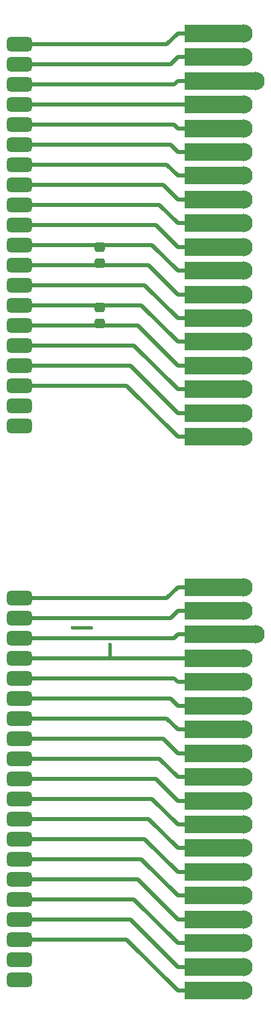
<source format=gbl>
G04*
G04  File:            TEMP_GERBER.GBL, Wed Dec 04 20:29:51 2019*
G04  Source:          P-CAD 2006 PCB, Version 19.02.958, (D:\retrocomputing\pdp11-mpi-breakout-board\pcb\temp_gerber.pcb)*
G04  Format:          Gerber Format (RS-274-D), ASCII*
G04*
G04  Format Options:  Absolute Positioning*
G04                   Leading-Zero Suppression*
G04                   Scale Factor 1:1*
G04                   NO Circular Interpolation*
G04                   Inch Units*
G04                   Numeric Format: 4.4 (XXXX.XXXX)*
G04                   G54 NOT Used for Aperture Change*
G04                   Apertures Embedded*
G04*
G04  File Options:    Offset = (0.0mil,0.0mil)*
G04                   Drill Symbol Size = 80.0mil*
G04                   Pad/Via Holes*
G04*
G04  File Contents:   Pads*
G04                   Vias*
G04                   Designators*
G04                   No Types*
G04                   No Values*
G04                   No Drill Symbols*
G04                   Bottom*
G04*
%INTEMP_GERBER.GBL*%
%ICAS*%
%MOIN*%
G04*
G04  Aperture MACROs for general use --- invoked via D-code assignment *
G04*
G04  General MACRO for flashed round with rotation and/or offset hole *
%AMROTOFFROUND*
1,1,$1,0.0000,0.0000*
1,0,$2,$3,$4*%
G04*
G04  General MACRO for flashed oval (obround) with rotation and/or offset hole *
%AMROTOFFOVAL*
21,1,$1,$2,0.0000,0.0000,$3*
1,1,$4,$5,$6*
1,1,$4,0-$5,0-$6*
1,0,$7,$8,$9*%
G04*
G04  General MACRO for flashed oval (obround) with rotation and no hole *
%AMROTOVALNOHOLE*
21,1,$1,$2,0.0000,0.0000,$3*
1,1,$4,$5,$6*
1,1,$4,0-$5,0-$6*%
G04*
G04  General MACRO for flashed rectangle with rotation and/or offset hole *
%AMROTOFFRECT*
21,1,$1,$2,0.0000,0.0000,$3*
1,0,$4,$5,$6*%
G04*
G04  General MACRO for flashed rectangle with rotation and no hole *
%AMROTRECTNOHOLE*
21,1,$1,$2,0.0000,0.0000,$3*%
G04*
G04  General MACRO for flashed rounded-rectangle *
%AMROUNDRECT*
21,1,$1,$2-$4,0.0000,0.0000,$3*
21,1,$1-$4,$2,0.0000,0.0000,$3*
1,1,$4,$5,$6*
1,1,$4,$7,$8*
1,1,$4,0-$5,0-$6*
1,1,$4,0-$7,0-$8*
1,0,$9,$10,$11*%
G04*
G04  General MACRO for flashed rounded-rectangle with rotation and no hole *
%AMROUNDRECTNOHOLE*
21,1,$1,$2-$4,0.0000,0.0000,$3*
21,1,$1-$4,$2,0.0000,0.0000,$3*
1,1,$4,$5,$6*
1,1,$4,$7,$8*
1,1,$4,0-$5,0-$6*
1,1,$4,0-$7,0-$8*%
G04*
G04  General MACRO for flashed regular polygon *
%AMREGPOLY*
5,1,$1,0.0000,0.0000,$2,$3+$4*
1,0,$5,$6,$7*%
G04*
G04  General MACRO for flashed regular polygon with no hole *
%AMREGPOLYNOHOLE*
5,1,$1,0.0000,0.0000,$2,$3+$4*%
G04*
G04  General MACRO for target *
%AMTARGET*
6,0,0,$1,$2,$3,4,$4,$5,$6*%
G04*
G04  General MACRO for mounting hole *
%AMMTHOLE*
1,1,$1,0,0*
1,0,$2,0,0*
$1=$1-$2*
$1=$1/2*
21,1,$2+$1,$3,0,0,$4*
21,1,$3,$2+$1,0,0,$4*%
G04*
G04*
G04  D10 : "Ellipse X0.254mm Y0.254mm H0.000mm 0.0deg (0.000mm,0.000mm) Draw"*
G04  Disc: OuterDia=0.0100*
%ADD10C, 0.0100*%
G04  D11 : "Ellipse X0.400mm Y0.400mm H0.000mm 0.0deg (0.000mm,0.000mm) Draw"*
G04  Disc: OuterDia=0.0157*
%ADD11C, 0.0157*%
G04  D12 : "Ellipse X0.500mm Y0.500mm H0.000mm 0.0deg (0.000mm,0.000mm) Draw"*
G04  Disc: OuterDia=0.0197*
%ADD12C, 0.0197*%
G04  D13 : "Ellipse X0.100mm Y0.100mm H0.000mm 0.0deg (0.000mm,0.000mm) Draw"*
G04  Disc: OuterDia=0.0039*
%ADD13C, 0.0039*%
G04  D14 : "Ellipse X0.200mm Y0.200mm H0.000mm 0.0deg (0.000mm,0.000mm) Draw"*
G04  Disc: OuterDia=0.0079*
%ADD14C, 0.0079*%
G04  D15 : "Ellipse X2.681mm Y2.681mm H0.000mm 0.0deg (0.000mm,0.000mm) Flash"*
G04  Disc: OuterDia=0.1056*
%ADD15C, 0.1056*%
G04  D16 : "Ellipse X2.300mm Y2.300mm H0.000mm 0.0deg (0.000mm,0.000mm) Flash"*
G04  Disc: OuterDia=0.0906*
%ADD16C, 0.0906*%
G04  D17 : "Rounded Rectangle X3.200mm Y1.800mm H0.000mm 0.0deg (0.000mm,0.000mm) Flash"*
G04  RoundRct: DimX=0.1260, DimY=0.0709, CornerRad=0.0177, Rotation=0.0, OffsetX=0.0000, OffsetY=0.0000, HoleDia=0.0000 *
%ADD17ROUNDRECTNOHOLE, 0.1260 X0.0709 X0.0 X0.0354 X-0.0453 X-0.0177 X-0.0453 X0.0177*%
G04  D18 : "Rounded Rectangle X3.581mm Y2.181mm H0.000mm 0.0deg (0.000mm,0.000mm) Flash"*
G04  RoundRct: DimX=0.1410, DimY=0.0859, CornerRad=0.0215, Rotation=0.0, OffsetX=0.0000, OffsetY=0.0000, HoleDia=0.0000 *
%ADD18ROUNDRECTNOHOLE, 0.1410 X0.0859 X0.0 X0.0429 X-0.0490 X-0.0215 X-0.0490 X0.0215*%
G04  D19 : "Rounded Rectangle X1.200mm Y1.300mm H0.000mm 0.0deg (0.000mm,0.000mm) Flash"*
G04  RoundRct: DimX=0.0472, DimY=0.0512, CornerRad=0.0118, Rotation=0.0, OffsetX=0.0000, OffsetY=0.0000, HoleDia=0.0000 *
%ADD19ROUNDRECTNOHOLE, 0.0472 X0.0512 X0.0 X0.0236 X-0.0118 X-0.0138 X-0.0118 X0.0138*%
G04  D20 : "Rounded Rectangle X1.300mm Y1.200mm H0.000mm 0.0deg (0.000mm,0.000mm) Flash"*
G04  RoundRct: DimX=0.0512, DimY=0.0472, CornerRad=0.0118, Rotation=0.0, OffsetX=0.0000, OffsetY=0.0000, HoleDia=0.0000 *
%ADD20ROUNDRECTNOHOLE, 0.0512 X0.0472 X0.0 X0.0236 X-0.0138 X-0.0118 X-0.0138 X0.0118*%
G04  D21 : "Rounded Rectangle X1.581mm Y1.681mm H0.000mm 0.0deg (0.000mm,0.000mm) Flash"*
G04  RoundRct: DimX=0.0622, DimY=0.0662, CornerRad=0.0156, Rotation=0.0, OffsetX=0.0000, OffsetY=0.0000, HoleDia=0.0000 *
%ADD21ROUNDRECTNOHOLE, 0.0622 X0.0662 X0.0 X0.0311 X-0.0156 X-0.0175 X-0.0156 X0.0175*%
G04  D22 : "Rounded Rectangle X1.681mm Y1.581mm H0.000mm 0.0deg (0.000mm,0.000mm) Flash"*
G04  RoundRct: DimX=0.0662, DimY=0.0622, CornerRad=0.0156, Rotation=0.0, OffsetX=0.0000, OffsetY=0.0000, HoleDia=0.0000 *
%ADD22ROUNDRECTNOHOLE, 0.0662 X0.0622 X0.0 X0.0311 X-0.0175 X-0.0156 X-0.0175 X0.0156*%
G04  D23 : "Rectangle X7.500mm Y2.300mm H0.000mm 0.0deg (0.000mm,0.000mm) Flash"*
G04  Rectangular: DimX=0.2953, DimY=0.0906, Rotation=0.0, OffsetX=0.0000, OffsetY=0.0000, HoleDia=0.0000 *
%ADD23R, 0.2953 X0.0906*%
G04  D24 : "Rectangle X7.881mm Y2.681mm H0.000mm 0.0deg (0.000mm,0.000mm) Flash"*
G04  Rectangular: DimX=0.3103, DimY=0.1056, Rotation=0.0, OffsetX=0.0000, OffsetY=0.0000, HoleDia=0.0000 *
%ADD24R, 0.3103 X0.1056*%
G04  D25 : "Rectangle X9.000mm Y2.300mm H0.000mm 0.0deg (0.000mm,0.000mm) Flash"*
G04  Rectangular: DimX=0.3543, DimY=0.0906, Rotation=0.0, OffsetX=0.0000, OffsetY=0.0000, HoleDia=0.0000 *
%ADD25R, 0.3543 X0.0906*%
G04  D26 : "Rectangle X9.381mm Y2.681mm H0.000mm 0.0deg (0.000mm,0.000mm) Flash"*
G04  Rectangular: DimX=0.3693, DimY=0.1056, Rotation=0.0, OffsetX=0.0000, OffsetY=0.0000, HoleDia=0.0000 *
%ADD26R, 0.3693 X0.1056*%
G04  D27 : "Ellipse X0.400mm Y0.400mm H0.000mm 0.0deg (0.000mm,0.000mm) Flash"*
G04  Disc: OuterDia=0.0157*
%ADD27C, 0.0157*%
G04*
%FSLAX44Y44*%
%SFA1B1*%
%OFA0.0000B0.0000*%
G04*
G70*
G90*
G01*
D2*
%LNBottom*%
D12*
X43061Y65307*
X44242D1*
X43173Y79766D2*
Y79866D1*
Y78966D2*
Y78866D1*
Y82766D2*
Y82866D1*
Y81966D2*
Y81866D1*
X45413Y53307D2*
X47047Y51673D1*
X45956Y56307D2*
X47047Y55216D1*
X46500Y59307D2*
X47047Y58759D1*
X46318Y58307D2*
X47047Y57578D1*
X47043Y62307D2*
X47047Y62303D1*
X46862Y61307D2*
X47047Y61122D1*
X46870Y63307D2*
X47047Y63484D1*
X46507Y65307D2*
X47047Y65846D1*
X46688Y64307D2*
X47047Y64665D1*
X45413Y80866D2*
X47047Y79232D1*
X45775Y82866D2*
X47047Y81594D1*
X45956Y83866D2*
X47047Y82775D1*
X46318Y85866D2*
X47047Y85137D1*
X46500Y86866D2*
X47047Y86318D1*
X46862Y88866D2*
X47047Y88681D1*
X46681Y87866D2*
X47047Y87500D1*
X47043Y89866D2*
X47047Y89862D1*
X46870Y90866D2*
X47047Y91043D1*
X46688Y91866D2*
X47047Y92224D1*
X48868Y82775D2*
X50344D1*
D2*
D11*
X43651Y62307*
Y62992D1*
D2*
D12*
X45775Y55307*
X47047Y54035D1*
X46681Y60307D2*
X47047Y59940D1*
X45594Y54307D2*
X47047Y52854D1*
X46137Y57307D2*
X47047Y56397D1*
X45232Y52307D2*
X47047Y50492D1*
X45232Y79866D2*
X47047Y78051D1*
X46137Y84866D2*
X47047Y83956D1*
X45594Y81866D2*
X47047Y80413D1*
X46507Y92866D2*
X47047Y93405D1*
X48868Y46948D2*
X47047D1*
X48868Y45767D2*
X47047D1*
X44870Y50307D2*
X47047Y48129D1*
X48868D2*
X47047D1*
X48868Y50492D2*
X47047D1*
X48868Y49311D2*
X47047D1*
X39173Y48307D2*
X44507D1*
X39173Y50307D2*
X44870D1*
X39173Y49307D2*
X44688D1*
X48868Y52854D2*
X47047D1*
X48868Y51673D2*
X47047D1*
X39173Y51307D2*
X45051D1*
X39173Y53307D2*
X45413D1*
X39173Y52307D2*
X45232D1*
X48868Y56397D2*
X47047D1*
X48868Y55216D2*
X47047D1*
X39173Y54307D2*
X45594D1*
X39173Y56307D2*
X45956D1*
X39173Y55307D2*
X45775D1*
X48868Y58759D2*
X47047D1*
X48868Y57578D2*
X47047D1*
X39173Y57307D2*
X46137D1*
X39173Y59307D2*
X46500D1*
X39173Y58307D2*
X46318D1*
X48868Y62303D2*
X47047D1*
X48868Y61122D2*
X47047D1*
X43651Y62307D2*
X47043D1*
X39173Y60307D2*
X46681D1*
X39173Y61307D2*
X46862D1*
X39173Y62307D2*
X43651D1*
D2*
D11*
X41781Y63828*
X42716D1*
D2*
D12*
X48868Y64665*
X47047D1*
X46870Y63307D2*
X43356D1*
X46507Y65307D2*
X44242D1*
X48868Y65846D2*
X47047D1*
X39173Y63307D2*
X43356D1*
X39173Y65307D2*
X43061D1*
X46688Y64307D2*
X43356D1*
X39173D2*
X43356D1*
X47047Y63484D2*
X49163D1*
X48868Y73326D2*
X47047D1*
X48868Y74507D2*
X47047D1*
X44870Y77866D2*
X47047Y75688D1*
X48868D2*
X47047D1*
X48868Y76870D2*
X47047D1*
X39173Y75866D2*
X44507D1*
X39173Y76866D2*
X44688D1*
X39173Y77866D2*
X44870D1*
X48868Y79232D2*
X47047D1*
X48868Y80413D2*
X47047D1*
X43173Y79866D2*
X45232D1*
X43173Y78866D2*
X45051D1*
X39173Y79866D2*
X43173D1*
X39173Y78866D2*
X43173D1*
X39173Y80866D2*
X45413D1*
X48868Y82775D2*
X47047D1*
X48868Y81594D2*
X47047D1*
X43173Y82866D2*
X45775D1*
X43173Y81866D2*
X45594D1*
X39173Y82866D2*
X43173D1*
X39173Y81866D2*
X43173D1*
X39173Y83866D2*
X45956D1*
X48868Y85137D2*
X47047D1*
X48868Y86318D2*
X47047D1*
X39173Y84866D2*
X46137D1*
X39173Y85866D2*
X46318D1*
X39173Y86866D2*
X46500D1*
X48868Y88681D2*
X47047D1*
X48868Y87500D2*
X47047D1*
X48868Y89862D2*
X47047D1*
X39173Y87866D2*
X46681D1*
X39173Y88866D2*
X46862D1*
X39173Y89866D2*
X47043D1*
X48868Y92224D2*
X47047D1*
X39173Y90866D2*
X46870D1*
X39173Y91866D2*
X46688D1*
X39173Y92866D2*
X46507D1*
X47047Y91043D2*
X49163D1*
X48868Y93405D2*
X47047D1*
X44507Y48307D2*
X47047Y45767D1*
X44688Y49307D2*
X47047Y46948D1*
X48868Y54035D2*
X47047D1*
X48868Y59940D2*
X47047D1*
X44688Y76866D2*
X47047Y74507D1*
X45051Y78866D2*
X47047Y76870D1*
X48868Y78051D2*
X47047D1*
X48868Y83956D2*
X47047D1*
X45051Y51307D2*
X47047Y49311D1*
X44507Y75866D2*
X47047Y73326D1*
D2*
D27*
X41781Y63828D3*
X43061Y65307D3*
X42716Y63828D3*
X43356Y63307D3*
X44242Y65307D3*
X43356Y64307D3*
D20*
X43173Y78966D3*
Y79766D3*
Y81966D3*
Y82766D3*
D16*
X50344Y46948D3*
Y45767D3*
Y49311D3*
Y52854D3*
Y51673D3*
Y55216D3*
Y56397D3*
Y58759D3*
Y57578D3*
Y61122D3*
Y62303D3*
Y64665D3*
Y73326D3*
Y76870D3*
Y75688D3*
Y79232D3*
Y80413D3*
Y82775D3*
Y81594D3*
Y85137D3*
Y86318D3*
Y88681D3*
Y92224D3*
D27*
X43651Y62992D3*
D16*
X50344Y48129D3*
Y50492D3*
Y59940D3*
Y54035D3*
Y65846D3*
Y74507D3*
Y83956D3*
Y78051D3*
Y87500D3*
Y93405D3*
Y89862D3*
D17*
X39173Y47307D3*
Y46307D3*
Y50307D3*
Y49307D3*
Y53307D3*
Y52307D3*
Y56307D3*
Y55307D3*
Y59307D3*
Y58307D3*
Y62307D3*
Y61307D3*
Y65307D3*
Y64307D3*
Y73866D3*
Y76866D3*
Y75866D3*
Y79866D3*
Y78866D3*
Y82866D3*
Y81866D3*
Y85866D3*
Y84866D3*
Y88866D3*
Y87866D3*
Y91866D3*
Y90866D3*
D16*
X50935Y91043D3*
D17*
X39173Y48307D3*
Y51307D3*
Y54307D3*
Y57307D3*
Y60307D3*
Y63307D3*
Y74866D3*
Y77866D3*
Y80866D3*
Y83866D3*
Y86866D3*
Y89866D3*
Y92866D3*
D16*
X50935Y63484D3*
D23*
X48868Y46948D3*
Y45767D3*
Y49311D3*
Y52854D3*
Y51673D3*
Y55216D3*
Y56397D3*
Y58759D3*
Y57578D3*
Y61122D3*
Y62303D3*
Y64665D3*
Y73326D3*
Y76870D3*
Y75688D3*
Y79232D3*
Y80413D3*
Y82775D3*
Y81594D3*
Y85137D3*
Y86318D3*
Y88681D3*
Y92224D3*
D25*
X49163Y91043D3*
D23*
X48868Y48129D3*
Y50492D3*
Y59940D3*
Y54035D3*
Y65846D3*
D25*
X49163Y63484D3*
D23*
X48868Y74507D3*
Y83956D3*
Y78051D3*
Y87500D3*
Y93405D3*
Y89862D3*
D02M02*

</source>
